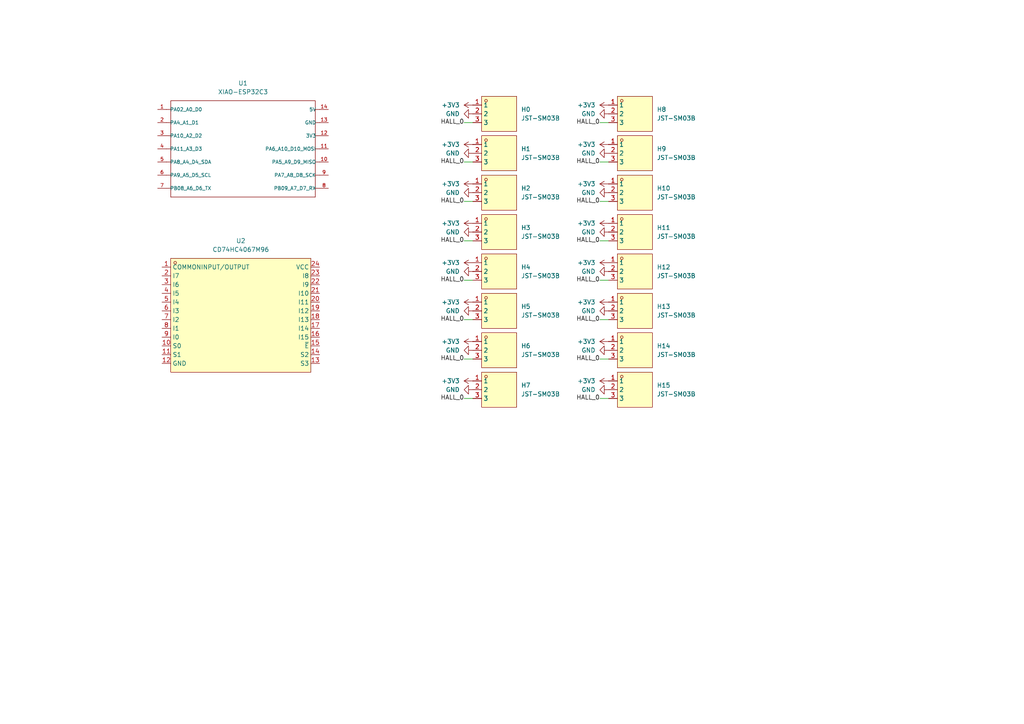
<source format=kicad_sch>
(kicad_sch (version 20231120) (generator "eeschema") (generator_version "8.0")
  (paper "A4")
  (lib_symbols
    (symbol "0_XIAO-ESP32C3:XIAO-ESP32C3" (pin_names (offset 1.016))
      (property "Reference" "U" (at -21.59 15.24 0))
      (property "Value" "XIAO-ESP32C3" (at -17.272 13.97 0))
      (symbol "XIAO-ESP32C3_0_0"
        (polyline (pts (xy -21.59 -13.97) (xy -21.59 0)) (stroke (width 0.1524)))
        (polyline (pts (xy -21.59 -11.43) (xy -22.86 -11.43)) (stroke (width 0.1524)))
        (polyline (pts (xy -21.59 -7.62) (xy -22.86 -7.62)) (stroke (width 0.1524)))
        (polyline (pts (xy -21.59 -3.81) (xy -22.86 -3.81)) (stroke (width 0.1524)))
        (polyline (pts (xy -21.59 0) (xy -22.86 0)) (stroke (width 0.1524)))
        (polyline (pts (xy -21.59 0) (xy -21.59 3.81)) (stroke (width 0.1524)))
        (polyline (pts (xy -21.59 3.81) (xy -22.86 3.81)) (stroke (width 0.1524)))
        (polyline (pts (xy -21.59 3.81) (xy -21.59 7.62)) (stroke (width 0.1524)))
        (polyline (pts (xy -21.59 7.62) (xy -22.86 7.62)) (stroke (width 0.1524)))
        (polyline (pts (xy -21.59 7.62) (xy -21.59 11.43)) (stroke (width 0.1524)))
        (polyline (pts (xy -21.59 11.43) (xy -22.86 11.43)) (stroke (width 0.1524)))
        (polyline (pts (xy -21.59 11.43) (xy -21.59 13.97)) (stroke (width 0.1524)))
        (polyline (pts (xy -21.59 13.97) (xy 20.32 13.97)) (stroke (width 0.1524)))
        (polyline (pts (xy 20.32 -13.97) (xy -21.59 -13.97)) (stroke (width 0.1524)))
        (polyline (pts (xy 20.32 3.81) (xy 20.32 -13.97)) (stroke (width 0.1524)))
        (polyline (pts (xy 20.32 7.62) (xy 20.32 3.81)) (stroke (width 0.1524)))
        (polyline (pts (xy 20.32 11.43) (xy 20.32 7.62)) (stroke (width 0.1524)))
        (polyline (pts (xy 20.32 13.97) (xy 20.32 11.43)) (stroke (width 0.1524)))
        (polyline (pts (xy 21.59 -11.43) (xy 20.32 -11.43)) (stroke (width 0.1524)))
        (polyline (pts (xy 21.59 -7.62) (xy 20.32 -7.62)) (stroke (width 0.1524)))
        (polyline (pts (xy 21.59 -3.81) (xy 20.32 -3.81)) (stroke (width 0.1524)))
        (polyline (pts (xy 21.59 0) (xy 20.32 0)) (stroke (width 0.1524)))
        (polyline (pts (xy 21.59 3.81) (xy 20.32 3.81)) (stroke (width 0.1524)))
        (polyline (pts (xy 21.59 7.62) (xy 20.32 7.62)) (stroke (width 0.1524)))
        (polyline (pts (xy 21.59 11.43) (xy 20.32 11.43)) (stroke (width 0.1524)))
        (pin bidirectional line (at -25.4 11.43 0) (length 2.54) (name "PA02_A0_D0") (number "1"))
        (pin bidirectional line (at 24.13 -3.81 180) (length 2.54) (name "PA5_A9_D9_MISO") (number "10"))
        (pin bidirectional line (at 24.13 0 180) (length 2.54) (name "PA6_A10_D10_MOSI") (number "11"))
        (pin bidirectional line (at 24.13 3.81 180) (length 2.54) (name "3V3") (number "12"))
        (pin bidirectional line (at 24.13 7.62 180) (length 2.54) (name "GND") (number "13"))
        (pin bidirectional line (at 24.13 11.43 180) (length 2.54) (name "5V") (number "14"))
        (pin bidirectional line (at -25.4 7.62 0) (length 2.54) (name "PA4_A1_D1") (number "2"))
        (pin bidirectional line (at -25.4 3.81 0) (length 2.54) (name "PA10_A2_D2") (number "3"))
        (pin bidirectional line (at -25.4 0 0) (length 2.54) (name "PA11_A3_D3") (number "4"))
        (pin bidirectional line (at -25.4 -3.81 0) (length 2.54) (name "PA8_A4_D4_SDA") (number "5"))
        (pin bidirectional line (at -25.4 -7.62 0) (length 2.54) (name "PA9_A5_D5_SCL") (number "6"))
        (pin bidirectional line (at -25.4 -11.43 0) (length 2.54) (name "PB08_A6_D6_TX") (number "7"))
        (pin bidirectional line (at 24.13 -11.43 180) (length 2.54) (name "PB09_A7_D7_RX") (number "8"))
        (pin bidirectional line (at 24.13 -7.62 180) (length 2.54) (name "PA7_A8_D8_SCK") (number "9"))
      )
    )
    (symbol "0_easyeda2kicad:CD74HC4067M96"
      (property "Reference" "U" (at 0 19.05 0))
      (property "Value" "CD74HC4067M96" (at 0 -19.05 0))
      (symbol "CD74HC4067M96_0_1"
        (rectangle (start -20.32 16.51) (end 20.32 -16.51) (fill (type background)))
        (circle (center -19.05 15.24) (radius 0.38))
        (pin unspecified line (at -22.86 13.97 0) (length 2.54) (name "COMMONINPUT/OUTPUT") (number "1"))
        (pin unspecified line (at -22.86 -8.89 0) (length 2.54) (name "S0") (number "10"))
        (pin unspecified line (at -22.86 -11.43 0) (length 2.54) (name "S1") (number "11"))
        (pin unspecified line (at -22.86 -13.97 0) (length 2.54) (name "GND") (number "12"))
        (pin unspecified line (at 22.86 -13.97 180) (length 2.54) (name "S3") (number "13"))
        (pin unspecified line (at 22.86 -11.43 180) (length 2.54) (name "S2") (number "14"))
        (pin unspecified line (at 22.86 -8.89 180) (length 2.54) (name "~{E}") (number "15"))
        (pin unspecified line (at 22.86 -6.35 180) (length 2.54) (name "I15") (number "16"))
        (pin unspecified line (at 22.86 -3.81 180) (length 2.54) (name "I14") (number "17"))
        (pin unspecified line (at 22.86 -1.27 180) (length 2.54) (name "I13") (number "18"))
        (pin unspecified line (at 22.86 1.27 180) (length 2.54) (name "I12") (number "19"))
        (pin unspecified line (at -22.86 11.43 0) (length 2.54) (name "I7") (number "2"))
        (pin unspecified line (at 22.86 3.81 180) (length 2.54) (name "I11") (number "20"))
        (pin unspecified line (at 22.86 6.35 180) (length 2.54) (name "I10") (number "21"))
        (pin unspecified line (at 22.86 8.89 180) (length 2.54) (name "I9") (number "22"))
        (pin unspecified line (at 22.86 11.43 180) (length 2.54) (name "I8") (number "23"))
        (pin unspecified line (at 22.86 13.97 180) (length 2.54) (name "VCC") (number "24"))
        (pin unspecified line (at -22.86 8.89 0) (length 2.54) (name "I6") (number "3"))
        (pin unspecified line (at -22.86 6.35 0) (length 2.54) (name "I5") (number "4"))
        (pin unspecified line (at -22.86 3.81 0) (length 2.54) (name "I4") (number "5"))
        (pin unspecified line (at -22.86 1.27 0) (length 2.54) (name "I3") (number "6"))
        (pin unspecified line (at -22.86 -1.27 0) (length 2.54) (name "I2") (number "7"))
        (pin unspecified line (at -22.86 -3.81 0) (length 2.54) (name "I1") (number "8"))
        (pin unspecified line (at -22.86 -6.35 0) (length 2.54) (name "I0") (number "9"))
      )
    )
    (symbol "0_easyeda2kicad:SM03B-SRSS-TB(LF)(SN)(P)"
      (property "Reference" "H" (at 0 12.7 0))
      (property "Value" "JST-SM03B" (at 0 -12.7 0))
      (symbol "SM03B-SRSS-TB(LF)(SN)(P)_0_1"
        (rectangle (start -2.54 5.08) (end 7.62 -5.08) (fill (type background)))
        (circle (center -1.27 3.81) (radius 0.38))
        (pin unspecified line (at -5.08 2.54 0) (length 2.54) (name "1") (number "1"))
        (pin unspecified line (at -5.08 0 0) (length 2.54) (name "2") (number "2"))
        (pin unspecified line (at -5.08 -2.54 0) (length 2.54) (name "3") (number "3"))
      )
    )
    (symbol "power:+3V3" (power) (pin_numbers hide) (pin_names (offset 0) hide)
      (property "Value" "+3V3" (at 0 3.556 0))
      (symbol "+3V3_0_1"
        (polyline (pts (xy -0.762 1.27) (xy 0 2.54)))
        (polyline (pts (xy 0 0) (xy 0 2.54)))
        (polyline (pts (xy 0 2.54) (xy 0.762 1.27)))
      )
      (symbol "+3V3_1_1"
        (pin power_in line (at 0 0 90) (length 0) (name "~") (number "1"))
      )
    )
    (symbol "power:GND" (power) (pin_numbers hide) (pin_names (offset 0) hide)
      (property "Value" "GND" (at 0 -3.81 0))
      (symbol "GND_0_1"
        (polyline (pts (xy 0 0) (xy 0 -1.27) (xy 1.27 -1.27) (xy 0 -2.54) (xy -1.27 -1.27) (xy 0 -1.27)))
      )
      (symbol "GND_1_1"
        (pin power_in line (at 0 0 270) (length 0) (name "~") (number "1"))
      )
    )
  )
  (wire (pts (xy 134.62 115.57) (xy 137.16 115.57)))
  (wire (pts (xy 173.99 69.85) (xy 176.53 69.85)))
  (wire (pts (xy 173.99 92.71) (xy 176.53 92.71)))
  (wire (pts (xy 173.99 58.42) (xy 176.53 58.42)))
  (wire (pts (xy 173.99 81.28) (xy 176.53 81.28)))
  (wire (pts (xy 134.62 46.99) (xy 137.16 46.99)))
  (wire (pts (xy 134.62 92.71) (xy 137.16 92.71)))
  (wire (pts (xy 134.62 81.28) (xy 137.16 81.28)))
  (wire (pts (xy 134.62 104.14) (xy 137.16 104.14)))
  (wire (pts (xy 173.99 35.56) (xy 176.53 35.56)))
  (wire (pts (xy 173.99 104.14) (xy 176.53 104.14)))
  (wire (pts (xy 134.62 69.85) (xy 137.16 69.85)))
  (wire (pts (xy 173.99 46.99) (xy 176.53 46.99)))
  (wire (pts (xy 134.62 58.42) (xy 137.16 58.42)))
  (wire (pts (xy 173.99 115.57) (xy 176.53 115.57)))
  (wire (pts (xy 134.62 35.56) (xy 137.16 35.56)))
  (label "HALL_0" (at 173.99 104.14 180))
  (label "HALL_0" (at 134.62 58.42 180))
  (label "HALL_0" (at 173.99 92.71 180))
  (label "HALL_0" (at 173.99 35.56 180))
  (label "HALL_0" (at 134.62 92.71 180))
  (label "HALL_0" (at 173.99 115.57 180))
  (label "HALL_0" (at 173.99 58.42 180))
  (label "HALL_0" (at 173.99 81.28 180))
  (label "HALL_0" (at 173.99 46.99 180))
  (label "HALL_0" (at 134.62 104.14 180))
  (label "HALL_0" (at 134.62 81.28 180))
  (label "HALL_0" (at 173.99 69.85 180))
  (label "HALL_0" (at 134.62 35.56 180))
  (label "HALL_0" (at 134.62 115.57 180))
  (label "HALL_0" (at 134.62 46.99 180))
  (label "HALL_0" (at 134.62 69.85 180))
  (symbol (lib_id "0_XIAO-ESP32C3:XIAO-ESP32C3") (at 71.12 43.18 0) (unit 1)
    (property "Reference" "U1" (at 70.485 24.13 0))
    (property "Value" "XIAO-ESP32C3" (at 70.485 26.67 0))
    (property "Footprint" "MOUDLE14P-SMD-2.54-21X17.8MM" (effects (hide yes)))
  )
  (symbol (lib_id "power:+3V3") (at 176.53 99.06 90) (unit 1)
    (property "Reference" "#PWR029" (effects (hide yes)))
    (property "Value" "+3V3" (at 172.72 99.0599 90) (effects (justify left)))
    (property "Description" "Power symbol creates a global label with name \"+3V3\"" (effects (hide yes)))
  )
  (symbol (lib_id "power:GND") (at 176.53 55.88 270) (unit 1)
    (property "Reference" "#PWR022" (effects (hide yes)))
    (property "Value" "GND" (at 172.72 55.8799 90) (effects (justify right)))
    (property "Description" "Power symbol creates a global label with name \"GND\" , ground" (effects (hide yes)))
  )
  (symbol (lib_id "power:+3V3") (at 176.53 64.77 90) (unit 1)
    (property "Reference" "#PWR023" (effects (hide yes)))
    (property "Value" "+3V3" (at 172.72 64.7699 90) (effects (justify left)))
    (property "Description" "Power symbol creates a global label with name \"+3V3\"" (effects (hide yes)))
  )
  (symbol (lib_id "power:GND") (at 137.16 90.17 270) (unit 1)
    (property "Reference" "#PWR012" (effects (hide yes)))
    (property "Value" "GND" (at 133.35 90.1699 90) (effects (justify right)))
    (property "Description" "Power symbol creates a global label with name \"GND\" , ground" (effects (hide yes)))
  )
  (symbol (lib_id "power:GND") (at 137.16 33.02 270) (unit 1)
    (property "Reference" "#PWR01" (effects (hide yes)))
    (property "Value" "GND" (at 133.35 33.0199 90) (effects (justify right)))
    (property "Description" "Power symbol creates a global label with name \"GND\" , ground" (effects (hide yes)))
  )
  (symbol (lib_id "0_easyeda2kicad:SM03B-SRSS-TB(LF)(SN)(P)") (at 181.61 67.31 0) (unit 1)
    (property "Reference" "H11" (at 190.5 66.0399 0) (effects (justify left)))
    (property "Value" "JST-SM03B" (at 190.5 68.5799 0) (effects (justify left)))
    (property "Footprint" "0_easyeda2kicad:CONN-SMD_SM03B-SRSS-TB-LF-SN-P" (effects (hide yes)))
    (property "Datasheet" "https://lcsc.com/product-detail/Others_JST-Sales-America__JST-Sales-America-SM03B-SRSS-TB-LF-SN-P_C160403.html" (effects (hide yes)))
    (property "LCSC Part" "C160403" (effects (hide yes)))
  )
  (symbol (lib_id "0_easyeda2kicad:SM03B-SRSS-TB(LF)(SN)(P)") (at 181.61 113.03 0) (unit 1)
    (property "Reference" "H15" (at 190.5 111.7599 0) (effects (justify left)))
    (property "Value" "JST-SM03B" (at 190.5 114.2999 0) (effects (justify left)))
    (property "Footprint" "0_easyeda2kicad:CONN-SMD_SM03B-SRSS-TB-LF-SN-P" (effects (hide yes)))
    (property "Datasheet" "https://lcsc.com/product-detail/Others_JST-Sales-America__JST-Sales-America-SM03B-SRSS-TB-LF-SN-P_C160403.html" (effects (hide yes)))
    (property "LCSC Part" "C160403" (effects (hide yes)))
  )
  (symbol (lib_id "power:GND") (at 137.16 67.31 270) (unit 1)
    (property "Reference" "#PWR08" (effects (hide yes)))
    (property "Value" "GND" (at 133.35 67.3099 90) (effects (justify right)))
    (property "Description" "Power symbol creates a global label with name \"GND\" , ground" (effects (hide yes)))
  )
  (symbol (lib_id "0_easyeda2kicad:SM03B-SRSS-TB(LF)(SN)(P)") (at 181.61 90.17 0) (unit 1)
    (property "Reference" "H13" (at 190.5 88.8999 0) (effects (justify left)))
    (property "Value" "JST-SM03B" (at 190.5 91.4399 0) (effects (justify left)))
    (property "Footprint" "0_easyeda2kicad:CONN-SMD_SM03B-SRSS-TB-LF-SN-P" (effects (hide yes)))
    (property "Datasheet" "https://lcsc.com/product-detail/Others_JST-Sales-America__JST-Sales-America-SM03B-SRSS-TB-LF-SN-P_C160403.html" (effects (hide yes)))
    (property "LCSC Part" "C160403" (effects (hide yes)))
  )
  (symbol (lib_id "0_easyeda2kicad:SM03B-SRSS-TB(LF)(SN)(P)") (at 142.24 33.02 0) (unit 1)
    (property "Reference" "H0" (at 151.13 31.7499 0) (effects (justify left)))
    (property "Value" "JST-SM03B" (at 151.13 34.2899 0) (effects (justify left)))
    (property "Footprint" "0_easyeda2kicad:CONN-SMD_SM03B-SRSS-TB-LF-SN-P" (effects (hide yes)))
    (property "Datasheet" "https://lcsc.com/product-detail/Others_JST-Sales-America__JST-Sales-America-SM03B-SRSS-TB-LF-SN-P_C160403.html" (effects (hide yes)))
    (property "LCSC Part" "C160403" (effects (hide yes)))
  )
  (symbol (lib_id "power:GND") (at 137.16 113.03 270) (unit 1)
    (property "Reference" "#PWR016" (effects (hide yes)))
    (property "Value" "GND" (at 133.35 113.0299 90) (effects (justify right)))
    (property "Description" "Power symbol creates a global label with name \"GND\" , ground" (effects (hide yes)))
  )
  (symbol (lib_id "power:GND") (at 176.53 101.6 270) (unit 1)
    (property "Reference" "#PWR030" (effects (hide yes)))
    (property "Value" "GND" (at 172.72 101.5999 90) (effects (justify right)))
    (property "Description" "Power symbol creates a global label with name \"GND\" , ground" (effects (hide yes)))
  )
  (symbol (lib_id "power:GND") (at 176.53 113.03 270) (unit 1)
    (property "Reference" "#PWR032" (effects (hide yes)))
    (property "Value" "GND" (at 172.72 113.0299 90) (effects (justify right)))
    (property "Description" "Power symbol creates a global label with name \"GND\" , ground" (effects (hide yes)))
  )
  (symbol (lib_id "0_easyeda2kicad:SM03B-SRSS-TB(LF)(SN)(P)") (at 142.24 90.17 0) (unit 1)
    (property "Reference" "H5" (at 151.13 88.8999 0) (effects (justify left)))
    (property "Value" "JST-SM03B" (at 151.13 91.4399 0) (effects (justify left)))
    (property "Footprint" "0_easyeda2kicad:CONN-SMD_SM03B-SRSS-TB-LF-SN-P" (effects (hide yes)))
    (property "Datasheet" "https://lcsc.com/product-detail/Others_JST-Sales-America__JST-Sales-America-SM03B-SRSS-TB-LF-SN-P_C160403.html" (effects (hide yes)))
    (property "LCSC Part" "C160403" (effects (hide yes)))
  )
  (symbol (lib_id "power:GND") (at 137.16 55.88 270) (unit 1)
    (property "Reference" "#PWR06" (effects (hide yes)))
    (property "Value" "GND" (at 133.35 55.8799 90) (effects (justify right)))
    (property "Description" "Power symbol creates a global label with name \"GND\" , ground" (effects (hide yes)))
  )
  (symbol (lib_id "power:+3V3") (at 176.53 41.91 90) (unit 1)
    (property "Reference" "#PWR019" (effects (hide yes)))
    (property "Value" "+3V3" (at 172.72 41.9099 90) (effects (justify left)))
    (property "Description" "Power symbol creates a global label with name \"+3V3\"" (effects (hide yes)))
  )
  (symbol (lib_id "0_easyeda2kicad:SM03B-SRSS-TB(LF)(SN)(P)") (at 181.61 33.02 0) (unit 1)
    (property "Reference" "H8" (at 190.5 31.7499 0) (effects (justify left)))
    (property "Value" "JST-SM03B" (at 190.5 34.2899 0) (effects (justify left)))
    (property "Footprint" "0_easyeda2kicad:CONN-SMD_SM03B-SRSS-TB-LF-SN-P" (effects (hide yes)))
    (property "Datasheet" "https://lcsc.com/product-detail/Others_JST-Sales-America__JST-Sales-America-SM03B-SRSS-TB-LF-SN-P_C160403.html" (effects (hide yes)))
    (property "LCSC Part" "C160403" (effects (hide yes)))
  )
  (symbol (lib_id "power:GND") (at 176.53 67.31 270) (unit 1)
    (property "Reference" "#PWR024" (effects (hide yes)))
    (property "Value" "GND" (at 172.72 67.3099 90) (effects (justify right)))
    (property "Description" "Power symbol creates a global label with name \"GND\" , ground" (effects (hide yes)))
  )
  (symbol (lib_id "power:+3V3") (at 176.53 53.34 90) (unit 1)
    (property "Reference" "#PWR021" (effects (hide yes)))
    (property "Value" "+3V3" (at 172.72 53.3399 90) (effects (justify left)))
    (property "Description" "Power symbol creates a global label with name \"+3V3\"" (effects (hide yes)))
  )
  (symbol (lib_id "power:+3V3") (at 176.53 110.49 90) (unit 1)
    (property "Reference" "#PWR031" (effects (hide yes)))
    (property "Value" "+3V3" (at 172.72 110.4899 90) (effects (justify left)))
    (property "Description" "Power symbol creates a global label with name \"+3V3\"" (effects (hide yes)))
  )
  (symbol (lib_id "0_easyeda2kicad:SM03B-SRSS-TB(LF)(SN)(P)") (at 142.24 113.03 0) (unit 1)
    (property "Reference" "H7" (at 151.13 111.7599 0) (effects (justify left)))
    (property "Value" "JST-SM03B" (at 151.13 114.2999 0) (effects (justify left)))
    (property "Footprint" "0_easyeda2kicad:CONN-SMD_SM03B-SRSS-TB-LF-SN-P" (effects (hide yes)))
    (property "Datasheet" "https://lcsc.com/product-detail/Others_JST-Sales-America__JST-Sales-America-SM03B-SRSS-TB-LF-SN-P_C160403.html" (effects (hide yes)))
    (property "LCSC Part" "C160403" (effects (hide yes)))
  )
  (symbol (lib_id "power:+3V3") (at 137.16 53.34 90) (unit 1)
    (property "Reference" "#PWR05" (effects (hide yes)))
    (property "Value" "+3V3" (at 133.35 53.3399 90) (effects (justify left)))
    (property "Description" "Power symbol creates a global label with name \"+3V3\"" (effects (hide yes)))
  )
  (symbol (lib_id "power:GND") (at 176.53 78.74 270) (unit 1)
    (property "Reference" "#PWR026" (effects (hide yes)))
    (property "Value" "GND" (at 172.72 78.7399 90) (effects (justify right)))
    (property "Description" "Power symbol creates a global label with name \"GND\" , ground" (effects (hide yes)))
  )
  (symbol (lib_id "power:GND") (at 137.16 101.6 270) (unit 1)
    (property "Reference" "#PWR014" (effects (hide yes)))
    (property "Value" "GND" (at 133.35 101.5999 90) (effects (justify right)))
    (property "Description" "Power symbol creates a global label with name \"GND\" , ground" (effects (hide yes)))
  )
  (symbol (lib_id "power:+3V3") (at 137.16 30.48 90) (unit 1)
    (property "Reference" "#PWR02" (effects (hide yes)))
    (property "Value" "+3V3" (at 133.35 30.4799 90) (effects (justify left)))
    (property "Description" "Power symbol creates a global label with name \"+3V3\"" (effects (hide yes)))
  )
  (symbol (lib_id "0_easyeda2kicad:CD74HC4067M96") (at 69.85 91.44 0) (unit 1)
    (property "Reference" "U2" (at 69.85 69.85 0))
    (property "Value" "CD74HC4067M96" (at 69.85 72.39 0))
    (property "Footprint" "0_easyeda2kicad:SOIC-24_L15.4-W7.5-P1.27-LS10.3-BL" (effects (hide yes)))
    (property "Datasheet" "https://lcsc.com/product-detail/New-Arrivals_Texas-Instruments-Texas-Instruments-CD74HC4067M96_C496123.html" (effects (hide yes)))
    (property "LCSC Part" "C496123" (effects (hide yes)))
  )
  (symbol (lib_id "0_easyeda2kicad:SM03B-SRSS-TB(LF)(SN)(P)") (at 142.24 101.6 0) (unit 1)
    (property "Reference" "H6" (at 151.13 100.3299 0) (effects (justify left)))
    (property "Value" "JST-SM03B" (at 151.13 102.8699 0) (effects (justify left)))
    (property "Footprint" "0_easyeda2kicad:CONN-SMD_SM03B-SRSS-TB-LF-SN-P" (effects (hide yes)))
    (property "Datasheet" "https://lcsc.com/product-detail/Others_JST-Sales-America__JST-Sales-America-SM03B-SRSS-TB-LF-SN-P_C160403.html" (effects (hide yes)))
    (property "LCSC Part" "C160403" (effects (hide yes)))
  )
  (symbol (lib_id "power:GND") (at 176.53 44.45 270) (unit 1)
    (property "Reference" "#PWR020" (effects (hide yes)))
    (property "Value" "GND" (at 172.72 44.4499 90) (effects (justify right)))
    (property "Description" "Power symbol creates a global label with name \"GND\" , ground" (effects (hide yes)))
  )
  (symbol (lib_id "power:+3V3") (at 137.16 64.77 90) (unit 1)
    (property "Reference" "#PWR07" (effects (hide yes)))
    (property "Value" "+3V3" (at 133.35 64.7699 90) (effects (justify left)))
    (property "Description" "Power symbol creates a global label with name \"+3V3\"" (effects (hide yes)))
  )
  (symbol (lib_id "0_easyeda2kicad:SM03B-SRSS-TB(LF)(SN)(P)") (at 142.24 55.88 0) (unit 1)
    (property "Reference" "H2" (at 151.13 54.6099 0) (effects (justify left)))
    (property "Value" "JST-SM03B" (at 151.13 57.1499 0) (effects (justify left)))
    (property "Footprint" "0_easyeda2kicad:CONN-SMD_SM03B-SRSS-TB-LF-SN-P" (effects (hide yes)))
    (property "Datasheet" "https://lcsc.com/product-detail/Others_JST-Sales-America__JST-Sales-America-SM03B-SRSS-TB-LF-SN-P_C160403.html" (effects (hide yes)))
    (property "LCSC Part" "C160403" (effects (hide yes)))
  )
  (symbol (lib_id "power:+3V3") (at 176.53 76.2 90) (unit 1)
    (property "Reference" "#PWR025" (effects (hide yes)))
    (property "Value" "+3V3" (at 172.72 76.1999 90) (effects (justify left)))
    (property "Description" "Power symbol creates a global label with name \"+3V3\"" (effects (hide yes)))
  )
  (symbol (lib_id "0_easyeda2kicad:SM03B-SRSS-TB(LF)(SN)(P)") (at 142.24 78.74 0) (unit 1)
    (property "Reference" "H4" (at 151.13 77.4699 0) (effects (justify left)))
    (property "Value" "JST-SM03B" (at 151.13 80.0099 0) (effects (justify left)))
    (property "Footprint" "0_easyeda2kicad:CONN-SMD_SM03B-SRSS-TB-LF-SN-P" (effects (hide yes)))
    (property "Datasheet" "https://lcsc.com/product-detail/Others_JST-Sales-America__JST-Sales-America-SM03B-SRSS-TB-LF-SN-P_C160403.html" (effects (hide yes)))
    (property "LCSC Part" "C160403" (effects (hide yes)))
  )
  (symbol (lib_id "0_easyeda2kicad:SM03B-SRSS-TB(LF)(SN)(P)") (at 142.24 67.31 0) (unit 1)
    (property "Reference" "H3" (at 151.13 66.0399 0) (effects (justify left)))
    (property "Value" "JST-SM03B" (at 151.13 68.5799 0) (effects (justify left)))
    (property "Footprint" "0_easyeda2kicad:CONN-SMD_SM03B-SRSS-TB-LF-SN-P" (effects (hide yes)))
    (property "Datasheet" "https://lcsc.com/product-detail/Others_JST-Sales-America__JST-Sales-America-SM03B-SRSS-TB-LF-SN-P_C160403.html" (effects (hide yes)))
    (property "LCSC Part" "C160403" (effects (hide yes)))
  )
  (symbol (lib_id "0_easyeda2kicad:SM03B-SRSS-TB(LF)(SN)(P)") (at 181.61 44.45 0) (unit 1)
    (property "Reference" "H9" (at 190.5 43.1799 0) (effects (justify left)))
    (property "Value" "JST-SM03B" (at 190.5 45.7199 0) (effects (justify left)))
    (property "Footprint" "0_easyeda2kicad:CONN-SMD_SM03B-SRSS-TB-LF-SN-P" (effects (hide yes)))
    (property "Datasheet" "https://lcsc.com/product-detail/Others_JST-Sales-America__JST-Sales-America-SM03B-SRSS-TB-LF-SN-P_C160403.html" (effects (hide yes)))
    (property "LCSC Part" "C160403" (effects (hide yes)))
  )
  (symbol (lib_id "0_easyeda2kicad:SM03B-SRSS-TB(LF)(SN)(P)") (at 142.24 44.45 0) (unit 1)
    (property "Reference" "H1" (at 151.13 43.1799 0) (effects (justify left)))
    (property "Value" "JST-SM03B" (at 151.13 45.7199 0) (effects (justify left)))
    (property "Footprint" "0_easyeda2kicad:CONN-SMD_SM03B-SRSS-TB-LF-SN-P" (effects (hide yes)))
    (property "Datasheet" "https://lcsc.com/product-detail/Others_JST-Sales-America__JST-Sales-America-SM03B-SRSS-TB-LF-SN-P_C160403.html" (effects (hide yes)))
    (property "LCSC Part" "C160403" (effects (hide yes)))
  )
  (symbol (lib_id "power:+3V3") (at 176.53 30.48 90) (unit 1)
    (property "Reference" "#PWR017" (effects (hide yes)))
    (property "Value" "+3V3" (at 172.72 30.4799 90) (effects (justify left)))
    (property "Description" "Power symbol creates a global label with name \"+3V3\"" (effects (hide yes)))
  )
  (symbol (lib_id "power:+3V3") (at 176.53 87.63 90) (unit 1)
    (property "Reference" "#PWR027" (effects (hide yes)))
    (property "Value" "+3V3" (at 172.72 87.6299 90) (effects (justify left)))
    (property "Description" "Power symbol creates a global label with name \"+3V3\"" (effects (hide yes)))
  )
  (symbol (lib_id "power:GND") (at 176.53 90.17 270) (unit 1)
    (property "Reference" "#PWR028" (effects (hide yes)))
    (property "Value" "GND" (at 172.72 90.1699 90) (effects (justify right)))
    (property "Description" "Power symbol creates a global label with name \"GND\" , ground" (effects (hide yes)))
  )
  (symbol (lib_id "power:+3V3") (at 137.16 76.2 90) (unit 1)
    (property "Reference" "#PWR09" (effects (hide yes)))
    (property "Value" "+3V3" (at 133.35 76.1999 90) (effects (justify left)))
    (property "Description" "Power symbol creates a global label with name \"+3V3\"" (effects (hide yes)))
  )
  (symbol (lib_id "power:GND") (at 176.53 33.02 270) (unit 1)
    (property "Reference" "#PWR018" (effects (hide yes)))
    (property "Value" "GND" (at 172.72 33.0199 90) (effects (justify right)))
    (property "Description" "Power symbol creates a global label with name \"GND\" , ground" (effects (hide yes)))
  )
  (symbol (lib_id "power:GND") (at 137.16 44.45 270) (unit 1)
    (property "Reference" "#PWR04" (effects (hide yes)))
    (property "Value" "GND" (at 133.35 44.4499 90) (effects (justify right)))
    (property "Description" "Power symbol creates a global label with name \"GND\" , ground" (effects (hide yes)))
  )
  (symbol (lib_id "0_easyeda2kicad:SM03B-SRSS-TB(LF)(SN)(P)") (at 181.61 55.88 0) (unit 1)
    (property "Reference" "H10" (at 190.5 54.6099 0) (effects (justify left)))
    (property "Value" "JST-SM03B" (at 190.5 57.1499 0) (effects (justify left)))
    (property "Footprint" "0_easyeda2kicad:CONN-SMD_SM03B-SRSS-TB-LF-SN-P" (effects (hide yes)))
    (property "Datasheet" "https://lcsc.com/product-detail/Others_JST-Sales-America__JST-Sales-America-SM03B-SRSS-TB-LF-SN-P_C160403.html" (effects (hide yes)))
    (property "LCSC Part" "C160403" (effects (hide yes)))
  )
  (symbol (lib_id "power:+3V3") (at 137.16 110.49 90) (unit 1)
    (property "Reference" "#PWR015" (effects (hide yes)))
    (property "Value" "+3V3" (at 133.35 110.4899 90) (effects (justify left)))
    (property "Description" "Power symbol creates a global label with name \"+3V3\"" (effects (hide yes)))
  )
  (symbol (lib_id "0_easyeda2kicad:SM03B-SRSS-TB(LF)(SN)(P)") (at 181.61 101.6 0) (unit 1)
    (property "Reference" "H14" (at 190.5 100.3299 0) (effects (justify left)))
    (property "Value" "JST-SM03B" (at 190.5 102.8699 0) (effects (justify left)))
    (property "Footprint" "0_easyeda2kicad:CONN-SMD_SM03B-SRSS-TB-LF-SN-P" (effects (hide yes)))
    (property "Datasheet" "https://lcsc.com/product-detail/Others_JST-Sales-America__JST-Sales-America-SM03B-SRSS-TB-LF-SN-P_C160403.html" (effects (hide yes)))
    (property "LCSC Part" "C160403" (effects (hide yes)))
  )
  (symbol (lib_id "power:GND") (at 137.16 78.74 270) (unit 1)
    (property "Reference" "#PWR010" (effects (hide yes)))
    (property "Value" "GND" (at 133.35 78.7399 90) (effects (justify right)))
    (property "Description" "Power symbol creates a global label with name \"GND\" , ground" (effects (hide yes)))
  )
  (symbol (lib_id "power:+3V3") (at 137.16 87.63 90) (unit 1)
    (property "Reference" "#PWR011" (effects (hide yes)))
    (property "Value" "+3V3" (at 133.35 87.6299 90) (effects (justify left)))
    (property "Description" "Power symbol creates a global label with name \"+3V3\"" (effects (hide yes)))
  )
  (symbol (lib_id "power:+3V3") (at 137.16 41.91 90) (unit 1)
    (property "Reference" "#PWR03" (effects (hide yes)))
    (property "Value" "+3V3" (at 133.35 41.9099 90) (effects (justify left)))
    (property "Description" "Power symbol creates a global label with name \"+3V3\"" (effects (hide yes)))
  )
  (symbol (lib_id "power:+3V3") (at 137.16 99.06 90) (unit 1)
    (property "Reference" "#PWR013" (effects (hide yes)))
    (property "Value" "+3V3" (at 133.35 99.0599 90) (effects (justify left)))
    (property "Description" "Power symbol creates a global label with name \"+3V3\"" (effects (hide yes)))
  )
  (symbol (lib_id "0_easyeda2kicad:SM03B-SRSS-TB(LF)(SN)(P)") (at 181.61 78.74 0) (unit 1)
    (property "Reference" "H12" (at 190.5 77.4699 0) (effects (justify left)))
    (property "Value" "JST-SM03B" (at 190.5 80.0099 0) (effects (justify left)))
    (property "Footprint" "0_easyeda2kicad:CONN-SMD_SM03B-SRSS-TB-LF-SN-P" (effects (hide yes)))
    (property "Datasheet" "https://lcsc.com/product-detail/Others_JST-Sales-America__JST-Sales-America-SM03B-SRSS-TB-LF-SN-P_C160403.html" (effects (hide yes)))
    (property "LCSC Part" "C160403" (effects (hide yes)))
  )
)
</source>
